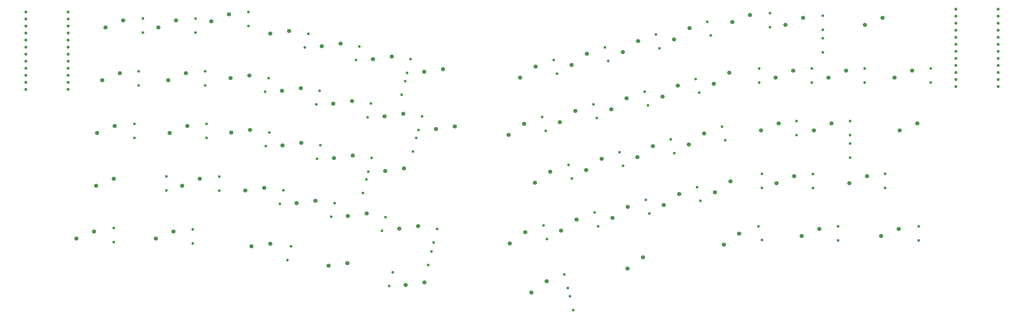
<source format=gbr>
%TF.GenerationSoftware,KiCad,Pcbnew,(5.1.7)-1*%
%TF.CreationDate,2021-08-08T11:48:13+10:00*%
%TF.ProjectId,ume,756d652e-6b69-4636-9164-5f7063625858,rev?*%
%TF.SameCoordinates,Original*%
%TF.FileFunction,Plated,1,2,PTH,Drill*%
%TF.FilePolarity,Positive*%
%FSLAX46Y46*%
G04 Gerber Fmt 4.6, Leading zero omitted, Abs format (unit mm)*
G04 Created by KiCad (PCBNEW (5.1.7)-1) date 2021-08-08 11:48:13*
%MOMM*%
%LPD*%
G01*
G04 APERTURE LIST*
%TA.AperFunction,ComponentDrill*%
%ADD10C,1.000000*%
%TD*%
%TA.AperFunction,ComponentDrill*%
%ADD11C,1.100000*%
%TD*%
%TA.AperFunction,ComponentDrill*%
%ADD12C,1.500000*%
%TD*%
G04 APERTURE END LIST*
D10*
%TO.C,D25*%
X183571037Y-187729102D03*
X184800000Y-182800000D03*
%TO.C,D34*%
X243117941Y-129703344D03*
X244346904Y-134632446D03*
%TO.C,D6*%
X99800000Y-98720000D03*
X99800000Y-103800000D03*
%TO.C,D55*%
X325800000Y-97720000D03*
X325800000Y-102800000D03*
%TO.C,D13*%
X125113429Y-144775156D03*
X126342392Y-139846054D03*
%TO.C,D61*%
X364600000Y-116720000D03*
X364600000Y-121800000D03*
%TO.C,D52*%
X316300000Y-135720000D03*
X316300000Y-140800000D03*
%TO.C,D14*%
X130219870Y-165629994D03*
X131448833Y-160700892D03*
%TO.C,D1*%
X80800000Y-98720000D03*
X80800000Y-103800000D03*
%TO.C,D31*%
X178071037Y-146729102D03*
X179300000Y-141800000D03*
%TO.C,D26*%
X176029177Y-118306560D03*
X177258140Y-113377458D03*
%TO.C,D37*%
X247254087Y-109090428D03*
X248483050Y-114019530D03*
%TO.C,D8*%
X103800000Y-136720000D03*
X103800000Y-141800000D03*
%TO.C,D64*%
X360300000Y-173720000D03*
X360300000Y-178800000D03*
%TO.C,D53*%
X303800000Y-154720000D03*
X303800000Y-159800000D03*
%TO.C,D15*%
X132900572Y-185880027D03*
X134129535Y-180950925D03*
%TO.C,D62*%
X335600000Y-143800000D03*
X335600000Y-148880000D03*
%TO.C,D39*%
X252565936Y-146929353D03*
X253794899Y-151858455D03*
%TO.C,D7*%
X103300000Y-117720000D03*
X103300000Y-122800000D03*
%TO.C,D20*%
X169571037Y-195229102D03*
X170800000Y-190300000D03*
%TO.C,D32*%
X228818468Y-113686944D03*
X230047431Y-118616046D03*
%TO.C,D33*%
X224682322Y-134299860D03*
X225911285Y-139228962D03*
%TO.C,D5*%
X70300000Y-174300000D03*
X70300000Y-179380000D03*
%TO.C,D56*%
X340800000Y-116720000D03*
X340800000Y-121800000D03*
%TO.C,D48*%
X289437174Y-137736321D03*
X290666137Y-142665423D03*
%TO.C,D16*%
X139157939Y-109113528D03*
X140386902Y-104184426D03*
%TO.C,D46*%
X284125324Y-99897396D03*
X285354287Y-104826498D03*
%TO.C,D21*%
X157593558Y-113710044D03*
X158822521Y-108780942D03*
%TO.C,D27*%
X180165322Y-138919476D03*
X181394285Y-133990374D03*
%TO.C,D54*%
X302582589Y-173693975D03*
X303811552Y-178623077D03*
%TO.C,D3*%
X77800000Y-136720000D03*
X77800000Y-141800000D03*
%TO.C,D51*%
X321800000Y-116720000D03*
X321800000Y-121800000D03*
%TO.C,D17*%
X143294085Y-129726444D03*
X144523048Y-124797342D03*
%TO.C,D65*%
X234642672Y-198992109D03*
X235871635Y-203921211D03*
%TO.C,D38*%
X261553560Y-125106828D03*
X262782523Y-130035930D03*
%TO.C,D28*%
X160071037Y-161729102D03*
X161300000Y-156800000D03*
%TO.C,D30*%
X174071037Y-126229102D03*
X175300000Y-121300000D03*
%TO.C,D42*%
X262013931Y-164155363D03*
X263242894Y-169084465D03*
%TO.C,D19*%
X148655489Y-170226510D03*
X149884452Y-165297408D03*
%TO.C,D57*%
X335600000Y-135720000D03*
X335600000Y-140800000D03*
%TO.C,D43*%
X265689706Y-104493912D03*
X266918669Y-109423014D03*
%TO.C,D18*%
X143549047Y-149371672D03*
X144778010Y-144442570D03*
%TO.C,D40*%
X243578312Y-168751879D03*
X244807275Y-173680981D03*
%TO.C,D29*%
X185571037Y-179540503D03*
X186800000Y-174611401D03*
%TO.C,D22*%
X161729704Y-134322960D03*
X162958667Y-129393858D03*
%TO.C,D2*%
X79300000Y-117720000D03*
X79300000Y-122800000D03*
%TO.C,D63*%
X348200000Y-154720000D03*
X348200000Y-159800000D03*
%TO.C,D45*%
X271001555Y-142332837D03*
X272230518Y-147261939D03*
%TO.C,D9*%
X108300000Y-155800000D03*
X108300000Y-160880000D03*
%TO.C,D59*%
X331300000Y-173720000D03*
X331300000Y-178800000D03*
%TO.C,D50*%
X306747490Y-96757230D03*
X306747490Y-101837230D03*
%TO.C,D12*%
X124858466Y-125129928D03*
X126087429Y-120200826D03*
%TO.C,D58*%
X322200000Y-154800000D03*
X322200000Y-159880000D03*
%TO.C,D44*%
X279989179Y-120510312D03*
X281218142Y-125439414D03*
%TO.C,D36*%
X225142693Y-173348395D03*
X226371656Y-178277497D03*
%TO.C,D24*%
X166970146Y-175308174D03*
X168199109Y-170379072D03*
%TO.C,D35*%
X234130317Y-151525869D03*
X235359280Y-156454971D03*
%TO.C,D4*%
X89300000Y-155720000D03*
X89300000Y-160800000D03*
%TO.C,D49*%
X280449549Y-159558847D03*
X281678512Y-164487949D03*
%TO.C,D10*%
X98800000Y-174800000D03*
X98800000Y-179880000D03*
%TO.C,D60*%
X325800000Y-105800000D03*
X325800000Y-110880000D03*
%TO.C,D47*%
X302800000Y-116720000D03*
X302800000Y-121800000D03*
%TO.C,D11*%
X118800000Y-96300000D03*
X118800000Y-101380000D03*
%TO.C,D41*%
X232663444Y-191053859D03*
X233892407Y-195982961D03*
%TO.C,D23*%
X161984666Y-153968188D03*
X163213629Y-149039086D03*
D11*
%TO.C,U1*%
X38680000Y-96330000D03*
X38680000Y-98870000D03*
X38680000Y-101410000D03*
X38680000Y-103950000D03*
X38680000Y-106490000D03*
X38680000Y-109030000D03*
X38680000Y-111570000D03*
X38680000Y-114110000D03*
X38680000Y-116650000D03*
X38680000Y-119190000D03*
X38680000Y-121730000D03*
X38680000Y-124270000D03*
X53920000Y-96330000D03*
X53920000Y-98870000D03*
X53920000Y-101410000D03*
X53920000Y-103950000D03*
X53920000Y-106490000D03*
X53920000Y-109030000D03*
X53920000Y-111570000D03*
X53920000Y-114110000D03*
X53920000Y-116650000D03*
X53920000Y-119190000D03*
X53920000Y-121730000D03*
X53920000Y-124270000D03*
%TO.C,U2*%
X373680000Y-95330000D03*
X373680000Y-97870000D03*
X373680000Y-100410000D03*
X373680000Y-102950000D03*
X373680000Y-105490000D03*
X373680000Y-108030000D03*
X373680000Y-110570000D03*
X373680000Y-113110000D03*
X373680000Y-115650000D03*
X373680000Y-118190000D03*
X373680000Y-120730000D03*
X373680000Y-123270000D03*
X388920000Y-95330000D03*
X388920000Y-97870000D03*
X388920000Y-100410000D03*
X388920000Y-102950000D03*
X388920000Y-105490000D03*
X388920000Y-108030000D03*
X388920000Y-110570000D03*
X388920000Y-113110000D03*
X388920000Y-115650000D03*
X388920000Y-118190000D03*
X388920000Y-120730000D03*
X388920000Y-123270000D03*
D12*
%TO.C,SW55*%
X312290000Y-100960000D03*
X318640000Y-98420000D03*
%TO.C,SW13*%
X112668251Y-139878957D03*
X119444110Y-138950610D03*
%TO.C,SW52*%
X303490000Y-139060000D03*
X309840000Y-136520000D03*
%TO.C,SW15*%
X119897540Y-180947800D03*
X126673399Y-180019453D03*
%TO.C,SW24*%
X154682349Y-169987437D03*
X161458208Y-169059090D03*
%TO.C,SW64*%
X346740000Y-177160000D03*
X353090000Y-174620000D03*
%TO.C,SW33*%
X212563610Y-140712113D03*
X218110506Y-136711358D03*
%TO.C,SW7*%
X89990000Y-121010000D03*
X96340000Y-118470000D03*
%TO.C,SW45*%
X249967925Y-170652549D03*
X255514821Y-166651794D03*
%TO.C,SW48*%
X277476101Y-144160800D03*
X283022997Y-140160045D03*
%TO.C,SW22*%
X149393652Y-129402438D03*
X156169511Y-128474091D03*
%TO.C,SW29*%
X173166483Y-174596050D03*
X179942342Y-173667703D03*
%TO.C,SW30*%
X182189355Y-117946135D03*
X188965214Y-117017788D03*
%TO.C,SW5*%
X56890000Y-178160000D03*
X63240000Y-175620000D03*
%TO.C,SW44*%
X258991967Y-148769413D03*
X264538863Y-144768658D03*
%TO.C,SW47*%
X286500144Y-122277664D03*
X292047040Y-118276909D03*
%TO.C,SW54*%
X290112045Y-180348540D03*
X295658941Y-176347785D03*
%TO.C,SW19*%
X136198215Y-165378825D03*
X142974074Y-164450478D03*
%TO.C,SW16*%
X126736954Y-104120299D03*
X133512813Y-103191952D03*
%TO.C,SW25*%
X175471735Y-194860051D03*
X182247594Y-193931704D03*
%TO.C,SW28*%
X168120652Y-153704793D03*
X174896511Y-152776446D03*
%TO.C,SW60*%
X340890000Y-100960000D03*
X347240000Y-98420000D03*
%TO.C,SW62*%
X353490000Y-139060000D03*
X359840000Y-136520000D03*
%TO.C,SW42*%
X253704441Y-110821362D03*
X259251337Y-106820607D03*
%TO.C,SW34*%
X231047743Y-136103501D03*
X236594639Y-132102746D03*
%TO.C,SW58*%
X309090000Y-158110000D03*
X315440000Y-155570000D03*
%TO.C,SW14*%
X117714082Y-160770213D03*
X124489941Y-159841866D03*
%TO.C,SW61*%
X351590000Y-120010000D03*
X357940000Y-117470000D03*
%TO.C,SW26*%
X163705221Y-113337523D03*
X170481080Y-112409176D03*
%TO.C,SW27*%
X167877786Y-134011050D03*
X174653645Y-133082703D03*
%TO.C,SW11*%
X105490000Y-99760000D03*
X111840000Y-97220000D03*
%TO.C,SW20*%
X147684637Y-187953926D03*
X154460496Y-187025579D03*
%TO.C,SW43*%
X268016010Y-126886276D03*
X273562906Y-122885521D03*
%TO.C,SW36*%
X212999657Y-179869773D03*
X218546553Y-175869018D03*
%TO.C,SW46*%
X272188574Y-106212750D03*
X277735470Y-102211995D03*
%TO.C,SW12*%
X112425385Y-120185214D03*
X119201244Y-119256867D03*
%TO.C,SW1*%
X67390000Y-101960000D03*
X73740000Y-99420000D03*
%TO.C,SW59*%
X318160000Y-177160000D03*
X324510000Y-174620000D03*
%TO.C,SW18*%
X131152385Y-144487569D03*
X137928244Y-143559222D03*
%TO.C,SW23*%
X149636519Y-149096181D03*
X156412378Y-148167834D03*
%TO.C,SW8*%
X90490000Y-140060000D03*
X96840000Y-137520000D03*
%TO.C,SW2*%
X66190000Y-121010000D03*
X72540000Y-118470000D03*
%TO.C,SW3*%
X64290000Y-140060000D03*
X70640000Y-137520000D03*
%TO.C,SW38*%
X249531877Y-131494888D03*
X255078773Y-127494133D03*
%TO.C,SW51*%
X308740000Y-120010000D03*
X315090000Y-117470000D03*
%TO.C,SW35*%
X222023700Y-157986637D03*
X227570596Y-153985882D03*
%TO.C,SW57*%
X322540000Y-139060000D03*
X328890000Y-136520000D03*
%TO.C,SW53*%
X286936192Y-161435325D03*
X292483088Y-157434570D03*
%TO.C,SW65*%
X255428919Y-188923098D03*
X260975815Y-184922343D03*
%TO.C,SW32*%
X216736174Y-120038586D03*
X222283070Y-116037831D03*
%TO.C,SW21*%
X145221088Y-108728911D03*
X151996947Y-107800564D03*
%TO.C,SW10*%
X85490000Y-178160000D03*
X91840000Y-175620000D03*
%TO.C,SW4*%
X63990000Y-159110000D03*
X70340000Y-156570000D03*
%TO.C,SW9*%
X94940000Y-159110000D03*
X101290000Y-156570000D03*
%TO.C,SW39*%
X240507834Y-153378025D03*
X246054730Y-149377270D03*
%TO.C,SW50*%
X293187490Y-99997231D03*
X299537490Y-97457231D03*
%TO.C,SW41*%
X220775078Y-197563271D03*
X226321974Y-193562516D03*
%TO.C,SW56*%
X327790000Y-120010000D03*
X334140000Y-117470000D03*
%TO.C,SW31*%
X186361919Y-138619662D03*
X193137778Y-137691315D03*
%TO.C,SW17*%
X130909518Y-124793826D03*
X137685377Y-123865479D03*
%TO.C,SW6*%
X86440000Y-101960000D03*
X92790000Y-99420000D03*
%TO.C,SW63*%
X335290000Y-158110000D03*
X341640000Y-155570000D03*
%TO.C,SW37*%
X235220307Y-115429974D03*
X240767203Y-111429219D03*
%TO.C,SW49*%
X268452058Y-166043937D03*
X273998954Y-162043182D03*
%TO.C,SW40*%
X231483791Y-175261161D03*
X237030687Y-171260406D03*
M02*

</source>
